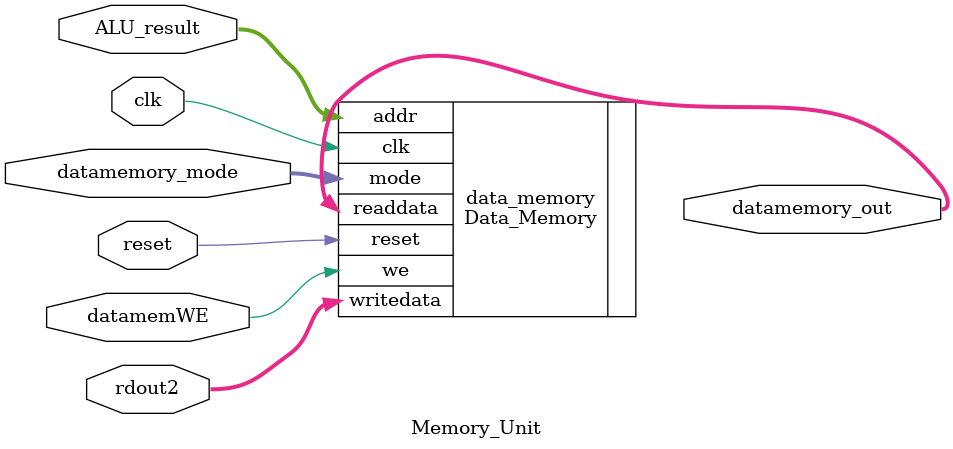
<source format=v>
module Memory_Unit(
  input wire clk,
  input wire reset,
  input wire [31:0] ALU_result,
  input wire [31:0] rdout2,
  
  input wire datamemWE,
  input wire [2:0] datamemory_mode,
  
  output wire [31:0] datamemory_out
    );
    
    
    Data_Memory data_memory(
         .clk(clk),  //ok
         .reset(reset),  //ok
        .addr(ALU_result), //ok
        .writedata(rdout2), //ok
        .readdata(datamemory_out),  //ok
        .we(datamemWE),                // Control Logic  //ok
        .mode(datamemory_mode)            // Control Logic  //ok
        );    
    
endmodule

</source>
